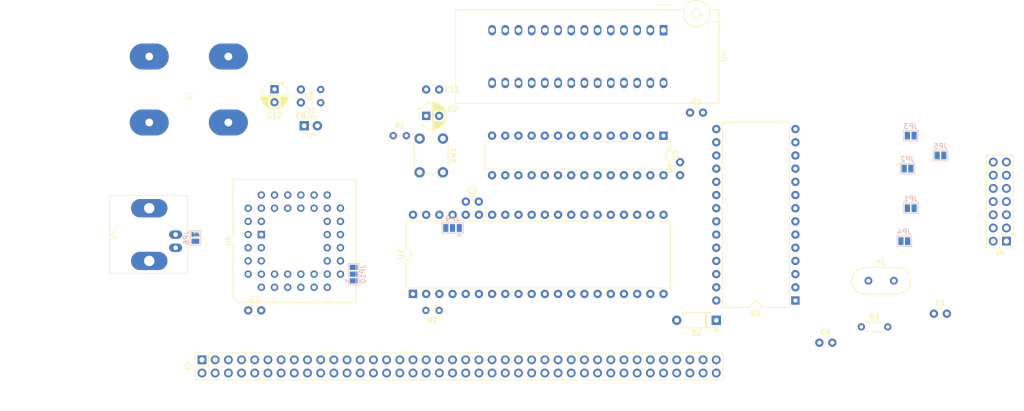
<source format=kicad_pcb>
(kicad_pcb (version 20221018) (generator pcbnew)
  (layers (0 "F.Cu" signal) (31 "B.Cu" signal) (34 "B.Paste" user) (35 "F.Paste" user) (36 "B.SilkS" user "B.Silkscreen") (37 "F.SilkS" user "F.Silkscreen") (38 "B.Mask" user) (39 "F.Mask" user) (44 "Edge.Cuts" user))
  (net 0 "")
  (net 1 "Net-(U1-XTAL1)")
  (net 2 "GND")
  (net 3 "/reset")
  (net 4 "+5V")
  (net 5 "Net-(D1-A)")
  (net 6 "Net-(D2-K)")
  (net 7 "/~{irq}")
  (net 8 "/clk")
  (net 9 "/r~{w}")
  (net 10 "/~{oe}")
  (net 11 "/~{we}")
  (net 12 "/res_0")
  (net 13 "/res_1")
  (net 14 "/res_2")
  (net 15 "/res_3")
  (net 16 "/res_4")
  (net 17 "/res_5")
  (net 18 "/d0")
  (net 19 "/d1")
  (net 20 "/d2")
  (net 21 "/d3")
  (net 22 "/d4")
  (net 23 "/d5")
  (net 24 "/d6")
  (net 25 "/d7")
  (net 26 "/a0")
  (net 27 "/a1")
  (net 28 "/a2")
  (net 29 "/a3")
  (net 30 "/a4")
  (net 31 "/a5")
  (net 32 "/a6")
  (net 33 "/a7")
  (net 34 "/a8")
  (net 35 "/a9")
  (net 36 "/a10")
  (net 37 "/a11")
  (net 38 "/a12")
  (net 39 "/a13")
  (net 40 "/a14")
  (net 41 "/a15")
  (net 42 "Net-(J4-Pin_4)")
  (net 43 "Net-(J4-Pin_5)")
  (net 44 "Net-(J4-Pin_6)")
  (net 45 "Net-(J4-Pin_7)")
  (net 46 "Net-(J4-Pin_8)")
  (net 47 "Net-(J4-Pin_9)")
  (net 48 "Net-(J4-Pin_10)")
  (net 53 "Net-(JP1-A)")
  (net 54 "Net-(JP2-A)")
  (net 55 "Net-(JP3-A)")
  (net 56 "Net-(JP4-A)")
  (net 57 "Net-(JP5-A)")
  (net 58 "/clk2")
  (net 59 "Net-(U2-RDY)")
  (net 60 "Net-(U1-XTAL2)")
  (net 61 "/~{ce_uart}")
  (net 69 "/~{ce_ram}")
  (net 71 "/~{ce_rom}")
  (net 73 "/clk3")
  (net 74 "Net-(JP9-C)")
  (net 75 "Net-(JP10-C)")
  (footprint "Button_Switch_THT:SW_PUSH_6mm_H5mm" (layer "F.Cu") (at 118.8 86.92 -90)
    (fp_text reference "SW1" (at 3.25 -2 90) (layer "F.SilkS"))
    (fp_text value "SW_Push")
    (pad "1" thru_hole circle (at 0 0) (size 2 2) (drill 1.1) (layers "*.Cu" "*.Mask") (net 2 "GND"))
    (pad "1" thru_hole circle (at 6.5 0) (size 2 2) (drill 1.1) (layers "*.Cu" "*.Mask") (net 2 "GND"))
    (pad "2" thru_hole circle (at 0 4.5) (size 2 2) (drill 1.1) (layers "*.Cu" "*.Mask") (net 3 "/reset"))
    (pad "2" thru_hole circle (at 6.5 4.5) (size 2 2) (drill 1.1) (layers "*.Cu" "*.Mask") (net 3 "/reset"))
  )
  (footprint "Package_DIP:DIP-40_W15.24mm" (layer "F.Cu") (at 113.03 116.84 90)
    (fp_text reference "U2" (at 7.62 -2.33 90) (layer "F.SilkS"))
    (fp_text value "W65C02SxP")
    (pad "1" thru_hole rect (at 0 0 90) (size 1.6 1.6) (drill 0.8) (layers "*.Cu" "*.Mask"))
    (pad "2" thru_hole oval (at 0 2.54 90) (size 1.6 1.6) (drill 0.8) (layers "*.Cu" "*.Mask") (net 59 "Net-(U2-RDY)"))
    (pad "3" thru_hole oval (at 0 5.08 90) (size 1.6 1.6) (drill 0.8) (layers "*.Cu" "*.Mask"))
    (pad "4" thru_hole oval (at 0 7.62 90) (size 1.6 1.6) (drill 0.8) (layers "*.Cu" "*.Mask") (net 7 "/~{irq}"))
    (pad "5" thru_hole oval (at 0 10.16 90) (size 1.6 1.6) (drill 0.8) (layers "*.Cu" "*.Mask"))
    (pad "6" thru_hole oval (at 0 12.7 90) (size 1.6 1.6) (drill 0.8) (layers "*.Cu" "*.Mask") (net 4 "+5V"))
    (pad "7" thru_hole oval (at 0 15.24 90) (size 1.6 1.6) (drill 0.8) (layers "*.Cu" "*.Mask"))
    (pad "8" thru_hole oval (at 0 17.78 90) (size 1.6 1.6) (drill 0.8) (layers "*.Cu" "*.Mask") (net 4 "+5V"))
    (pad "9" thru_hole oval (at 0 20.32 90) (size 1.6 1.6) (drill 0.8) (layers "*.Cu" "*.Mask") (net 26 "/a0"))
    (pad "10" thru_hole oval (at 0 22.86 90) (size 1.6 1.6) (drill 0.8) (layers "*.Cu" "*.Mask") (net 27 "/a1"))
    (pad "11" thru_hole oval (at 0 25.4 90) (size 1.6 1.6) (drill 0.8) (layers "*.Cu" "*.Mask") (net 28 "/a2"))
    (pad "12" thru_hole oval (at 0 27.94 90) (size 1.6 1.6) (drill 0.8) (layers "*.Cu" "*.Mask") (net 29 "/a3"))
    (pad "13" thru_hole oval (at 0 30.48 90) (size 1.6 1.6) (drill 0.8) (layers "*.Cu" "*.Mask") (net 30 "/a4"))
    (pad "14" thru_hole oval (at 0 33.02 90) (size 1.6 1.6) (drill 0.8) (layers "*.Cu" "*.Mask") (net 31 "/a5"))
    (pad "15" thru_hole oval (at 0 35.56 90) (size 1.6 1.6) (drill 0.8) (layers "*.Cu" "*.Mask") (net 32 "/a6"))
    (pad "16" thru_hole oval (at 0 38.1 90) (size 1.6 1.6) (drill 0.8) (layers "*.Cu" "*.Mask") (net 33 "/a7"))
    (pad "17" thru_hole oval (at 0 40.64 90) (size 1.6 1.6) (drill 0.8) (layers "*.Cu" "*.Mask") (net 34 "/a8"))
    (pad "18" thru_hole oval (at 0 43.18 90) (size 1.6 1.6) (drill 0.8) (layers "*.Cu" "*.Mask") (net 35 "/a9"))
    (pad "19" thru_hole oval (at 0 45.72 90) (size 1.6 1.6) (drill 0.8) (layers "*.Cu" "*.Mask") (net 36 "/a10"))
    (pad "20" thru_hole oval (at 0 48.26 90) (size 1.6 1.6) (drill 0.8) (layers "*.Cu" "*.Mask") (net 37 "/a11"))
    (pad "21" thru_hole oval (at 15.24 48.26 90) (size 1.6 1.6) (drill 0.8) (layers "*.Cu" "*.Mask") (net 2 "GND"))
    (pad "22" thru_hole oval (at 15.24 45.72 90) (size 1.6 1.6) (drill 0.8) (layers "*.Cu" "*.Mask") (net 38 "/a12"))
    (pad "23" thru_hole oval (at 15.24 43.18 90) (size 1.6 1.6) (drill 0.8) (layers "*.Cu" "*.Mask") (net 39 "/a13"))
    (pad "24" thru_hole oval (at 15.24 40.64 90) (size 1.6 1.6) (drill 0.8) (layers "*.Cu" "*.Mask") (net 40 "/a14"))
    (pad "25" thru_hole oval (at 15.24 38.1 90) (size 1.6 1.6) (drill 0.8) (layers "*.Cu" "*.Mask") (net 41 "/a15"))
    (pad "26" thru_hole oval (at 15.24 35.56 90) (size 1.6 1.6) (drill 0.8) (layers "*.Cu" "*.Mask") (net 25 "/d7"))
    (pad "27" thru_hole oval (at 15.24 33.02 90) (size 1.6 1.6) (drill 0.8) (layers "*.Cu" "*.Mask") (net 24 "/d6"))
    (pad "28" thru_hole oval (at 15.24 30.48 90) (size 1.6 1.6) (drill 0.8) (layers "*.Cu" "*.Mask") (net 23 "/d5"))
    (pad "29" thru_hole oval (at 15.24 27.94 90) (size 1.6 1.6) (drill 0.8) (layers "*.Cu" "*.Mask") (net 22 "/d4"))
    (pad "30" thru_hole oval (at 15.24 25.4 90) (size 1.6 1.6) (drill 0.8) (layers "*.Cu" "*.Mask") (net 21 "/d3"))
    (pad "31" thru_hole oval (at 15.24 22.86 90) (size 1.6 1.6) (drill 0.8) (layers "*.Cu" "*.Mask") (net 20 "/d2"))
    (pad "32" thru_hole oval (at 15.24 20.32 90) (size 1.6 1.6) (drill 0.8) (layers "*.Cu" "*.Mask") (net 19 "/d1"))
    (pad "33" thru_hole oval (at 15.24 17.78 90) (size 1.6 1.6) (drill 0.8) (layers "*.Cu" "*.Mask") (net 18 "/d0"))
    (pad "34" thru_hole oval (at 15.24 15.24 90) (size 1.6 1.6) (drill 0.8) (layers "*.Cu" "*.Mask") (net 9 "/r~{w}"))
    (pad "35" thru_hole oval (at 15.24 12.7 90) (size 1.6 1.6) (drill 0.8) (layers "*.Cu" "*.Mask"))
    (pad "36" thru_hole oval (at 15.24 10.16 90) (size 1.6 1.6) (drill 0.8) (layers "*.Cu" "*.Mask") (net 4 "+5V"))
    (pad "37" thru_hole oval (at 15.24 7.62 90) (size 1.6 1.6) (drill 0.8) (layers "*.Cu" "*.Mask") (net 74 "Net-(JP9-C)"))
    (pad "38" thru_hole oval (at 15.24 5.08 90) (size 1.6 1.6) (drill 0.8) (layers "*.Cu" "*.Mask") (net 4 "+5V"))
    (pad "39" thru_hole oval (at 15.24 2.54 90) (size 1.6 1.6) (drill 0.8) (layers "*.Cu" "*.Mask"))
    (pad "40" thru_hole oval (at 15.24 0 90) (size 1.6 1.6) (drill 0.8) (layers "*.Cu" "*.Mask") (net 3 "/reset"))
  )
  (footprint "Capacitor_THT:C_Disc_D3.0mm_W1.6mm_P2.50mm" (layer "F.Cu") (at 91.44 77.47 -90)
    (fp_text reference "C8" (at 5.04 0 -180) (layer "F.SilkS"))
    (fp_text value "100n")
    (pad "1" thru_hole circle (at 0 0 270) (size 1.6 1.6) (drill 0.8) (layers "*.Cu" "*.Mask") (net 4 "+5V"))
    (pad "2" thru_hole circle (at 2.5 0 270) (size 1.6 1.6) (drill 0.8) (layers "*.Cu" "*.Mask") (net 2 "GND"))
  )
  (footprint "Capacitor_THT:C_Disc_D3.0mm_W1.6mm_P2.50mm" (layer "F.Cu") (at 166.39 81.915)
    (fp_text reference "C5" (at 1.25 -2.05) (layer "F.SilkS"))
    (fp_text value "C")
    (pad "1" thru_hole circle (at 0 0) (size 1.6 1.6) (drill 0.8) (layers "*.Cu" "*.Mask") (net 4 "+5V"))
    (pad "2" thru_hole circle (at 2.5 0) (size 1.6 1.6) (drill 0.8) (layers "*.Cu" "*.Mask") (net 2 "GND"))
  )
  (footprint "Package_DIP:DIP-28_W15.24mm" (layer "F.Cu") (at 186.69 118.11 180)
    (fp_text reference "U1" (at 7.62 -2.33) (layer "F.SilkS"))
    (fp_text value "W65C51NxP")
    (pad "1" thru_hole rect (at 0 0 180) (size 1.6 1.6) (drill 0.8) (layers "*.Cu" "*.Mask") (net 2 "GND"))
    (pad "2" thru_hole oval (at 0 2.54 180) (size 1.6 1.6) (drill 0.8) (layers "*.Cu" "*.Mask") (net 4 "+5V"))
    (pad "3" thru_hole oval (at 0 5.08 180) (size 1.6 1.6) (drill 0.8) (layers "*.Cu" "*.Mask") (net 61 "/~{ce_uart}"))
    (pad "4" thru_hole oval (at 0 7.62 180) (size 1.6 1.6) (drill 0.8) (layers "*.Cu" "*.Mask") (net 3 "/reset"))
    (pad "5" thru_hole oval (at 0 10.16 180) (size 1.6 1.6) (drill 0.8) (layers "*.Cu" "*.Mask"))
    (pad "6" thru_hole oval (at 0 12.7 180) (size 1.6 1.6) (drill 0.8) (layers "*.Cu" "*.Mask") (net 1 "Net-(U1-XTAL1)"))
    (pad "7" thru_hole oval (at 0 15.24 180) (size 1.6 1.6) (drill 0.8) (layers "*.Cu" "*.Mask") (net 60 "Net-(U1-XTAL2)"))
    (pad "8" thru_hole oval (at 0 17.78 180) (size 1.6 1.6) (drill 0.8) (layers "*.Cu" "*.Mask") (net 54 "Net-(JP2-A)"))
    (pad "9" thru_hole oval (at 0 20.32 180) (size 1.6 1.6) (drill 0.8) (layers "*.Cu" "*.Mask") (net 53 "Net-(JP1-A)"))
    (pad "10" thru_hole oval (at 0 22.86 180) (size 1.6 1.6) (drill 0.8) (layers "*.Cu" "*.Mask") (net 42 "Net-(J4-Pin_4)"))
    (pad "11" thru_hole oval (at 0 25.4 180) (size 1.6 1.6) (drill 0.8) (layers "*.Cu" "*.Mask") (net 55 "Net-(JP3-A)"))
    (pad "12" thru_hole oval (at 0 27.94 180) (size 1.6 1.6) (drill 0.8) (layers "*.Cu" "*.Mask") (net 43 "Net-(J4-Pin_5)"))
    (pad "13" thru_hole oval (at 0 30.48 180) (size 1.6 1.6) (drill 0.8) (layers "*.Cu" "*.Mask") (net 26 "/a0"))
    (pad "14" thru_hole oval (at 0 33.02 180) (size 1.6 1.6) (drill 0.8) (layers "*.Cu" "*.Mask") (net 27 "/a1"))
    (pad "15" thru_hole oval (at 15.24 33.02 180) (size 1.6 1.6) (drill 0.8) (layers "*.Cu" "*.Mask") (net 4 "+5V"))
    (pad "16" thru_hole oval (at 15.24 30.48 180) (size 1.6 1.6) (drill 0.8) (layers "*.Cu" "*.Mask") (net 57 "Net-(JP5-A)"))
    (pad "17" thru_hole oval (at 15.24 27.94 180) (size 1.6 1.6) (drill 0.8) (layers "*.Cu" "*.Mask") (net 56 "Net-(JP4-A)"))
    (pad "18" thru_hole oval (at 15.24 25.4 180) (size 1.6 1.6) (drill 0.8) (layers "*.Cu" "*.Mask") (net 18 "/d0"))
    (pad "19" thru_hole oval (at 15.24 22.86 180) (size 1.6 1.6) (drill 0.8) (layers "*.Cu" "*.Mask") (net 19 "/d1"))
    (pad "20" thru_hole oval (at 15.24 20.32 180) (size 1.6 1.6) (drill 0.8) (layers "*.Cu" "*.Mask") (net 20 "/d2"))
    (pad "21" thru_hole oval (at 15.24 17.78 180) (size 1.6 1.6) (drill 0.8) (layers "*.Cu" "*.Mask") (net 21 "/d3"))
    (pad "22" thru_hole oval (at 15.24 15.24 180) (size 1.6 1.6) (drill 0.8) (layers "*.Cu" "*.Mask") (net 22 "/d4"))
    (pad "23" thru_hole oval (at 15.24 12.7 180) (size 1.6 1.6) (drill 0.8) (layers "*.Cu" "*.Mask") (net 23 "/d5"))
    (pad "24" thru_hole oval (at 15.24 10.16 180) (size 1.6 1.6) (drill 0.8) (layers "*.Cu" "*.Mask") (net 24 "/d6"))
    (pad "25" thru_hole oval (at 15.24 7.62 180) (size 1.6 1.6) (drill 0.8) (layers "*.Cu" "*.Mask") (net 25 "/d7"))
    (pad "26" thru_hole oval (at 15.24 5.08 180) (size 1.6 1.6) (drill 0.8) (layers "*.Cu" "*.Mask") (net 6 "Net-(D2-K)"))
    (pad "27" thru_hole oval (at 15.24 2.54 180) (size 1.6 1.6) (drill 0.8) (layers "*.Cu" "*.Mask") (net 58 "/clk2"))
    (pad "28" thru_hole oval (at 15.24 0 180) (size 1.6 1.6) (drill 0.8) (layers "*.Cu" "*.Mask") (net 9 "/r~{w}"))
  )
  (footprint "Capacitor_THT:C_Disc_D3.0mm_W1.6mm_P2.50mm" (layer "F.Cu") (at 213.36 120.65)
    (fp_text reference "C1" (at 1.25 -2.05) (layer "F.SilkS"))
    (fp_text value "30pF")
    (pad "1" thru_hole circle (at 0 0) (size 1.6 1.6) (drill 0.8) (layers "*.Cu" "*.Mask") (net 1 "Net-(U1-XTAL1)"))
    (pad "2" thru_hole circle (at 2.5 0) (size 1.6 1.6) (drill 0.8) (layers "*.Cu" "*.Mask") (net 2 "GND"))
  )
  (footprint "Capacitor_THT:C_Disc_D3.0mm_W1.6mm_P2.50mm" (layer "F.Cu") (at 81.3 120.015)
    (fp_text reference "C7" (at 1.25 -2.05) (layer "F.SilkS"))
    (fp_text value "C")
    (pad "1" thru_hole circle (at 0 0) (size 1.6 1.6) (drill 0.8) (layers "*.Cu" "*.Mask") (net 4 "+5V"))
    (pad "2" thru_hole circle (at 2.5 0) (size 1.6 1.6) (drill 0.8) (layers "*.Cu" "*.Mask") (net 2 "GND"))
  )
  (footprint "Crystal:Crystal_HC18-U_Vertical" (layer "F.Cu") (at 200.75 114.3)
    (fp_text reference "Y1" (at 2.45 -3.525) (layer "F.SilkS"))
    (fp_text value "1.8432MHz")
    (pad "1" thru_hole circle (at 0 0) (size 1.5 1.5) (drill 0.8) (layers "*.Cu" "*.Mask") (net 60 "Net-(U1-XTAL2)"))
    (pad "2" thru_hole circle (at 4.9 0) (size 1.5 1.5) (drill 0.8) (layers "*.Cu" "*.Mask") (net 1 "Net-(U1-XTAL1)"))
  )
  (footprint "Capacitor_THT:C_Disc_D3.0mm_W1.6mm_P2.50mm" (layer "F.Cu") (at 164.465 93.96 90)
    (fp_text reference "C4" (at 1.25 -2.05 90) (layer "F.SilkS"))
    (fp_text value "C")
    (pad "1" thru_hole circle (at 0 0 90) (size 1.6 1.6) (drill 0.8) (layers "*.Cu" "*.Mask") (net 4 "+5V"))
    (pad "2" thru_hole circle (at 2.5 0 90) (size 1.6 1.6) (drill 0.8) (layers "*.Cu" "*.Mask") (net 2 "GND"))
  )
  (footprint "Package_DIP:DIP-28_W7.62mm" (layer "F.Cu") (at 161.28 86.365 -90)
    (fp_text reference "U3" (at 3.81 -2.33 90) (layer "F.SilkS"))
    (fp_text value "AS7C256B")
    (pad "1" thru_hole rect (at 0 0 270) (size 1.6 1.6) (drill 0.8) (layers "*.Cu" "*.Mask") (net 40 "/a14"))
    (pad "2" thru_hole oval (at 0 2.54 270) (size 1.6 1.6) (drill 0.8) (layers "*.Cu" "*.Mask") (net 38 "/a12"))
    (pad "3" thru_hole oval (at 0 5.08 270) (size 1.6 1.6) (drill 0.8) (layers "*.Cu" "*.Mask") (net 33 "/a7"))
    (pad "4" thru_hole oval (at 0 7.62 270) (size 1.6 1.6) (drill 0.8) (layers "*.Cu" "*.Mask") (net 32 "/a6"))
    (pad "5" thru_hole oval (at 0 10.16 270) (size 1.6 1.6) (drill 0.8) (layers "*.Cu" "*.Mask") (net 31 "/a5"))
    (pad "6" thru_hole oval (at 0 12.7 270) (size 1.6 1.6) (drill 0.8) (layers "*.Cu" "*.Mask") (net 30 "/a4"))
    (pad "7" thru_hole oval (at 0 15.24 270) (size 1.6 1.6) (drill 0.8) (layers "*.Cu" "*.Mask") (net 29 "/a3"))
    (pad "8" thru_hole oval (at 0 17.78 270) (size 1.6 1.6) (drill 0.8) (layers "*.Cu" "*.Mask") (net 28 "/a2"))
    (pad "9" thru_hole oval (at 0 20.32 270) (size 1.6 1.6) (drill 0.8) (layers "*.Cu" "*.Mask") (net 27 "/a1"))
    (pad "10" thru_hole oval (at 0 22.86 270) (size 1.6 1.6) (drill 0.8) (layers "*.Cu" "*.Mask") (net 26 "/a0"))
    (pad "11" thru_hole oval (at 0 25.4 270) (size 1.6 1.6) (drill 0.8) (layers "*.Cu" "*.Mask") (net 18 "/d0"))
    (pad "12" thru_hole oval (at 0 27.94 270) (size 1.6 1.6) (drill 0.8) (layers "*.Cu" "*.Mask") (net 19 "/d1"))
    (pad "13" thru_hole oval (at 0 30.48 270) (size 1.6 1.6) (drill 0.8) (layers "*.Cu" "*.Mask") (net 20 "/d2"))
    (pad "14" thru_hole oval (at 0 33.02 270) (size 1.6 1.6) (drill 0.8) (layers "*.Cu" "*.Mask") (net 2 "GND"))
    (pad "15" thru_hole oval (at 7.62 33.02 270) (size 1.6 1.6) (drill 0.8) (layers "*.Cu" "*.Mask") (net 21 "/d3"))
    (pad "16" thru_hole oval (at 7.62 30.48 270) (size 1.6 1.6) (drill 0.8) (layers "*.Cu" "*.Mask") (net 22 "/d4"))
    (pad "17" thru_hole oval (at 7.62 27.94 270) (size 1.6 1.6) (drill 0.8) (layers "*.Cu" "*.Mask") (net 23 "/d5"))
    (pad "18" thru_hole oval (at 7.62 25.4 270) (size 1.6 1.6) (drill 0.8) (layers "*.Cu" "*.Mask") (net 24 "/d6"))
    (pad "19" thru_hole oval (at 7.62 22.86 270) (size 1.6 1.6) (drill 0.8) (layers "*.Cu" "*.Mask") (net 25 "/d7"))
    (pad "20" thru_hole oval (at 7.62 20.32 270) (size 1.6 1.6) (drill 0.8) (layers "*.Cu" "*.Mask") (net 69 "/~{ce_ram}"))
    (pad "21" thru_hole oval (at 7.62 17.78 270) (size 1.6 1.6) (drill 0.8) (layers "*.Cu" "*.Mask") (net 36 "/a10"))
    (pad "22" thru_hole oval (at 7.62 15.24 270) (size 1.6 1.6) (drill 0.8) (layers "*.Cu" "*.Mask") (net 10 "/~{oe}"))
    (pad "23" thru_hole oval (at 7.62 12.7 270) (size 1.6 1.6) (drill 0.8) (layers "*.Cu" "*.Mask") (net 37 "/a11"))
    (pad "24" thru_hole oval (at 7.62 10.16 270) (size 1.6 1.6) (drill 0.8) (layers "*.Cu" "*.Mask") (net 35 "/a9"))
    (pad "25" thru_hole oval (at 7.62 7.62 270) (size 1.6 1.6) (drill 0.8) (layers "*.Cu" "*.Mask") (net 34 "/a8"))
    (pad "26" thru_hole oval (at 7.62 5.08 270) (size 1.6 1.6) (drill 0.8) (layers "*.Cu" "*.Mask") (net 39 "/a13"))
    (pad "27" thru_hole oval (at 7.62 2.54 270) (size 1.6 1.6) (drill 0.8) (layers "*.Cu" "*.Mask") (net 11 "/~{we}"))
    (pad "28" thru_hole oval (at 7.62 0 270) (size 1.6 1.6) (drill 0.8) (layers "*.Cu" "*.Mask") (net 4 "+5V"))
  )
  (footprint "Resistor_THT:R_Axial_DIN0204_L3.6mm_D1.6mm_P5.08mm_Horizontal" (layer "F.Cu") (at 199.39 123.19)
    (fp_text reference "R3" (at 2.54 -1.92) (layer "F.SilkS"))
    (fp_text value "1M")
    (pad "1" thru_hole circle (at 0 0) (size 1.4 1.4) (drill 0.7) (layers "*.Cu" "*.Mask") (net 1 "Net-(U1-XTAL1)"))
    (pad "2" thru_hole oval (at 5.08 0) (size 1.4 1.4) (drill 0.7) (layers "*.Cu" "*.Mask") (net 60 "Net-(U1-XTAL2)"))
  )
  (footprint "Connector_PinHeader_2.54mm:PinHeader_2x07_P2.54mm_Vertical" (layer "F.Cu") (at 227.33 106.68 180)
    (fp_text reference "J4" (at 1.27 -2.33) (layer "F.SilkS"))
    (fp_text value "Conn_01x14")
    (pad "1" thru_hole rect (at 0 0 180) (size 1.7 1.7) (drill 1) (layers "*.Cu" "*.Mask") (net 4 "+5V"))
    (pad "2" thru_hole oval (at 2.54 0 180) (size 1.7 1.7) (drill 1) (layers "*.Cu" "*.Mask") (net 2 "GND"))
    (pad "3" thru_hole oval (at 0 2.54 180) (size 1.7 1.7) (drill 1) (layers "*.Cu" "*.Mask") (net 4 "+5V"))
    (pad "4" thru_hole oval (at 2.54 2.54 180) (size 1.7 1.7) (drill 1) (layers "*.Cu" "*.Mask") (net 42 "Net-(J4-Pin_4)"))
    (pad "5" thru_hole oval (at 0 5.08 180) (size 1.7 1.7) (drill 1) (layers "*.Cu" "*.Mask") (net 43 "Net-(J4-Pin_5)"))
    (pad "6" thru_hole oval (at 2.54 5.08 180) (size 1.7 1.7) (drill 1) (layers "*.Cu" "*.Mask") (net 44 "Net-(J4-Pin_6)"))
    (pad "7" thru_hole oval (at 0 7.62 180) (size 1.7 1.7) (drill 1) (layers "*.Cu" "*.Mask") (net 45 "Net-(J4-Pin_7)"))
    (pad "8" thru_hole oval (at 2.54 7.62 180) (size 1.7 1.7) (drill 1) (layers "*.Cu" "*.Mask") (net 46 "Net-(J4-Pin_8)"))
    (pad "9" thru_hole oval (at 0 10.16 180) (size 1.7 1.7) (drill 1) (layers "*.Cu" "*.Mask") (net 47 "Net-(J4-Pin_9)"))
    (pad "10" thru_hole oval (at 2.54 10.16 180) (size 1.7 1.7) (drill 1) (layers "*.Cu" "*.Mask") (net 48 "Net-(J4-Pin_10)"))
    (pad "11" thru_hole oval (at 0 12.7 180) (size 1.7 1.7) (drill 1) (layers "*.Cu" "*.Mask"))
    (pad "12" thru_hole oval (at 2.54 12.7 180) (size 1.7 1.7) (drill 1) (layers "*.Cu" "*.Mask"))
    (pad "13" thru_hole oval (at 0 15.24 180) (size 1.7 1.7) (drill 1) (layers "*.Cu" "*.Mask"))
    (pad "14" thru_hole oval (at 2.54 15.24 180) (size 1.7 1.7) (drill 1) (layers "*.Cu" "*.Mask"))
  )
  (footprint "Resistor_THT:R_Axial_DIN0204_L3.6mm_D1.6mm_P2.54mm_Vertical" (layer "F.Cu") (at 118.06 120.015 180)
    (fp_text reference "R2" (at 1.27 -1.92) (layer "F.SilkS"))
    (fp_text value "3K3")
    (pad "1" thru_hole circle (at 0 0 180) (size 1.4 1.4) (drill 0.7) (layers "*.Cu" "*.Mask") (net 4 "+5V"))
    (pad "2" thru_hole oval (at 2.54 0 180) (size 1.4 1.4) (drill 0.7) (layers "*.Cu" "*.Mask") (net 59 "Net-(U2-RDY)"))
  )
  (footprint "Connector_Coaxial:BNC_Amphenol_B6252HB-NPP3G-50_Horizontal" (layer "F.Cu") (at 67.31 105.41 90)
    (fp_text reference "J1" (at 0 4 90) (layer "F.SilkS"))
    (fp_text value "Conn_Coaxial")
    (pad "1" thru_hole oval (at 0 0 90) (size 1.6 2.5) (drill 0.89) (layers "*.Cu" "*.Mask") (net 8 "/clk"))
    (pad "2" thru_hole oval (at -5.08 -5.08 90) (size 3.5 7) (drill 2.01) (layers "*.Cu" "*.Mask") (net 2 "GND"))
    (pad "2" thru_hole oval (at -2.54 0 90) (size 1.6 2.5) (drill 0.89) (layers "*.Cu" "*.Mask") (net 2 "GND"))
    (pad "2" thru_hole oval (at 5.08 -5.08 90) (size 3.5 7) (drill 2.01) (layers "*.Cu" "*.Mask") (net 2 "GND"))
  )
  (footprint "Capacitor_THT:C_Disc_D3.0mm_W1.6mm_P2.50mm" (layer "F.Cu") (at 123.21 99.06)
    (fp_text reference "C3" (at 1.25 -2.05) (layer "F.SilkS"))
    (fp_text value "C")
    (pad "1" thru_hole circle (at 0 0) (size 1.6 1.6) (drill 0.8) (layers "*.Cu" "*.Mask") (net 4 "+5V"))
    (pad "2" thru_hole circle (at 2.5 0) (size 1.6 1.6) (drill 0.8) (layers "*.Cu" "*.Mask") (net 2 "GND"))
  )
  (footprint "Connector_PinSocket_2.54mm:PinSocket_2x40_P2.54mm_Vertical" (layer "F.Cu") (at 72.39 129.535 90)
    (fp_text reference "J5" (at -1.27 -2.77 90) (layer "F.SilkS"))
    (fp_text value "Conn_02x40_Odd_Even")
    (pad "1" thru_hole rect (at 0 0 90) (size 1.7 1.7) (drill 1) (layers "*.Cu" "*.Mask") (net 4 "+5V"))
    (pad "2" thru_hole oval (at -2.54 0 90) (size 1.7 1.7) (drill 1) (layers "*.Cu" "*.Mask") (net 2 "GND"))
    (pad "3" thru_hole oval (at 0 2.54 90) (size 1.7 1.7) (drill 1) (layers "*.Cu" "*.Mask") (net 3 "/reset"))
    (pad "4" thru_hole oval (at -2.54 2.54 90) (size 1.7 1.7) (drill 1) (layers "*.Cu" "*.Mask") (net 2 "GND"))
    (pad "5" thru_hole oval (at 0 5.08 90) (size 1.7 1.7) (drill 1) (layers "*.Cu" "*.Mask") (net 7 "/~{irq}"))
    (pad "6" thru_hole oval (at -2.54 5.08 90) (size 1.7 1.7) (drill 1) (layers "*.Cu" "*.Mask") (net 2 "GND"))
    (pad "7" thru_hole oval (at 0 7.62 90) (size 1.7 1.7) (drill 1) (layers "*.Cu" "*.Mask") (net 9 "/r~{w}"))
    (pad "8" thru_hole oval (at -2.54 7.62 90) (size 1.7 1.7) (drill 1) (layers "*.Cu" "*.Mask") (net 2 "GND"))
    (pad "9" thru_hole oval (at 0 10.16 90) (size 1.7 1.7) (drill 1) (layers "*.Cu" "*.Mask") (net 10 "/~{oe}"))
    (pad "10" thru_hole oval (at -2.54 10.16 90) (size 1.7 1.7) (drill 1) (layers "*.Cu" "*.Mask") (net 2 "GND"))
    (pad "11" thru_hole oval (at 0 12.7 90) (size 1.7 1.7) (drill 1) (layers "*.Cu" "*.Mask") (net 11 "/~{we}"))
    (pad "12" thru_hole oval (at -2.54 12.7 90) (size 1.7 1.7) (drill 1) (layers "*.Cu" "*.Mask") (net 2 "GND"))
    (pad "13" thru_hole oval (at 0 15.24 90) (size 1.7 1.7) (drill 1) (layers "*.Cu" "*.Mask") (net 12 "/res_0"))
    (pad "14" thru_hole oval (at -2.54 15.24 90) (size 1.7 1.7) (drill 1) (layers "*.Cu" "*.Mask") (net 2 "GND"))
    (pad "15" thru_hole oval (at 0 17.78 90) (size 1.7 1.7) (drill 1) (layers "*.Cu" "*.Mask") (net 13 "/res_1"))
    (pad "16" thru_hole oval (at -2.54 17.78 90) (size 1.7 1.7) (drill 1) (layers "*.Cu" "*.Mask") (net 2 "GND"))
    (pad "17" thru_hole oval (at 0 20.32 90) (size 1.7 1.7) (drill 1) (layers "*.Cu" "*.Mask") (net 14 "/res_2"))
    (pad "18" thru_hole oval (at -2.54 20.32 90) (size 1.7 1.7) (drill 1) (layers "*.Cu" "*.Mask") (net 2 "GND"))
    (pad "19" thru_hole oval (at 0 22.86 90) (size 1.7 1.7) (drill 1) (layers "*.Cu" "*.Mask") (net 15 "/res_3"))
    (pad "20" thru_hole oval (at -2.54 22.86 90) (size 1.7 1.7) (drill 1) (layers "*.Cu" "*.Mask") (net 2 "GND"))
    (pad "21" thru_hole oval (at 0 25.4 90) (size 1.7 1.7) (drill 1) (layers "*.Cu" "*.Mask") (net 16 "/res_4"))
    (pad "22" thru_hole oval (at -2.54 25.4 90) (size 1.7 1.7) (drill 1) (layers "*.Cu" "*.Mask") (net 2 "GND"))
    (pad "23" thru_hole oval (at 0 27.94 90) (size 1.7 1.7) (drill 1) (layers "*.Cu" "*.Mask") (net 17 "/res_5"))
    (pad "24" thru_hole oval (at -2.54 27.94 90) (size 1.7 1.7) (drill 1) (layers "*.Cu" "*.Mask") (net 2 "GND"))
    (pad "25" thru_hole oval (at 0 30.48 90) (size 1.7 1.7) (drill 1) (layers "*.Cu" "*.Mask") (net 2 "GND"))
    (pad "26" thru_hole oval (at -2.54 30.48 90) (size 1.7 1.7) (drill 1) (layers "*.Cu" "*.Mask") (net 2 "GND"))
    (pad "27" thru_hole oval (at 0 33.02 90) (size 1.7 1.7) (drill 1) (layers "*.Cu" "*.Mask") (net 8 "/clk"))
    (pad "28" thru_hole oval (at -2.54 33.02 90) (size 1.7 1.7) (drill 1) (layers "*.Cu" "*.Mask") (net 2 "GND"))
    (pad "29" thru_hole oval (at 0 35.56 90) (size 1.7 1.7) (drill 1) (layers "*.Cu" "*.Mask") (net 4 "+5V"))
    (pad "30" thru_hole oval (at -2.54 35.56 90) (size 1.7 1.7) (drill 1) (layers "*.Cu" "*.Mask") (net 2 "GND"))
    (pad "31" thru_hole oval (at 0 38.1 90) (size 1.7 1.7) (drill 1) (layers "*.Cu" "*.Mask") (net 2 "GND"))
    (pad "32" thru_hole oval (at -2.54 38.1 90) (size 1.7 1.7) (drill 1) (layers "*.Cu" "*.Mask") (net 2 "GND"))
    (pad "33" thru_hole oval (at 0 40.64 90) (size 1.7 1.7) (drill 1) (layers "*.Cu" "*.Mask") (net 18 "/d0"))
    (pad "34" thru_hole oval (at -2.54 40.64 90) (size 1.7 1.7) (drill 1) (layers "*.Cu" "*.Mask") (net 2 "GND"))
    (pad "35" thru_hole oval (at 0 43.18 90) (size 1.7 1.7) (drill 1) (layers "*.Cu" "*.Mask") (net 19 "/d1"))
    (pad "36" thru_hole oval (at -2.54 43.18 90) (size 1.7 1.7) (drill 1) (layers "*.Cu" "*.Mask") (net 2 "GND"))
    (pad "37" thru_hole oval (at 0 45.72 90) (size 1.7 1.7) (drill 1) (layers "*.Cu" "*.Mask") (net 20 "/d2"))
    (pad "38" thru_hole oval (at -2.54 45.72 90) (size 1.7 1.7) (drill 1) (layers "*.Cu" "*.Mask") (net 2 "GND"))
    (pad "39" thru_hole oval (at 0 48.26 90) (size 1.7 1.7) (drill 1) (layers "*.Cu" "*.Mask") (net 21 "/d3"))
    (pad "40" thru_hole oval (at -2.54 48.26 90) (size 1.7 1.7) (drill 1) (layers "*.Cu" "*.Mask") (net 2 "GND"))
    (pad "41" thru_hole oval (at 0 50.8 90) (size 1.7 1.7) (drill 1) (layers "*.Cu" "*.Mask") (net 22 "/d4"))
    (pad "42" thru_hole oval (at -2.54 50.8 90) (size 1.7 1.7) (drill 1) (layers "*.Cu" "*.Mask") (net 2 "GND"))
    (pad "43" thru_hole oval (at 0 53.34 90) (size 1.7 1.7) (drill 1) (layers "*.Cu" "*.Mask") (net 23 "/d5"))
    (pad "44" thru_hole oval (at -2.54 53.34 90) (size 1.7 1.7) (drill 1) (layers "*.Cu" "*.Mask") (net 2 "GND"))
    (pad "45" thru_hole oval (at 0 55.88 90) (size 1.7 1.7) (drill 1) (layers "*.Cu" "*.Mask") (net 24 "/d6"))
    (pad "46" thru_hole oval (at -2.54 55.88 90) (size 1.7 1.7) (drill 1) (layers "*.Cu" "*.Mask") (net 2 "GND"))
    (pad "47" thru_hole oval (at 0 58.42 90) (size 1.7 1.7) (drill 1) (layers "*.Cu" "*.Mask") (net 25 "/d7"))
    (pad "48" thru_hole oval (at -2.54 58.42 90) (size 1.7 1.7) (drill 1) (layers "*.Cu" "*.Mask") (net 2 "GND"))
    (pad "49" thru_hole oval (at 0 60.96 90) (size 1.7 1.7) (drill 1) (layers "*.Cu" "*.Mask") (net 26 "/a0"))
    (pad "50" thru_hole oval (at -2.54 60.96 90) (size 1.7 1.7) (drill 1) (layers "*.Cu" "*.Mask") (net 2 "GND"))
    (pad "51" thru_hole oval (at 0 63.5 90) (size 1.7 1.7) (drill 1) (layers "*.Cu" "*.Mask") (net 27 "/a1"))
    (pad "52" thru_hole oval (at -2.54 63.5 90) (size 1.7 1.7) (drill 1) (layers "*.Cu" "*.Mask") (net 2 "GND"))
    (pad "53" thru_hole oval (at 0 66.04 90) (size 1.7 1.7) (drill 1) (layers "*.Cu" "*.Mask") (net 28 "/a2"))
    (pad "54" thru_hole oval (at -2.54 66.04 90) (size 1.7 1.7) (drill 1) (layers "*.Cu" "*.Mask") (net 2 "GND"))
    (pad "55" thru_hole oval (at 0 68.58 90) (size 1.7 1.7) (drill 1) (layers "*.Cu" "*.Mask") (net 29 "/a3"))
    (pad "56" thru_hole oval (at -2.54 68.58 90) (size 1.7 1.7) (drill 1) (layers "*.Cu" "*.Mask") (net 2 "GND"))
    (pad "57" thru_hole oval (at 0 71.12 90) (size 1.7 1.7) (drill 1) (layers "*.Cu" "*.Mask") (net 30 "/a4"))
    (pad "58" thru_hole oval (at -2.54 71.12 90) (size 1.7 1.7) (drill 1) (layers "*.Cu" "*.Mask") (net 2 "GND"))
    (pad "59" thru_hole oval (at 0 73.66 90) (size 1.7 1.7) (drill 1) (layers "*.Cu" "*.Mask") (net 31 "/a5"))
    (pad "60" thru_hole oval (at -2.54 73.66 90) (size 1.7 1.7) (drill 1) (layers "*.Cu" "*.Mask") (net 2 "GND"))
    (pad "61" thru_hole oval (at 0 76.2 90) (size 1.7 1.7) (drill 1) (layers "*.Cu" "*.Mask") (net 32 "/a6"))
    (pad "62" thru_hole oval (at -2.54 76.2 90) (size 1.7 1.7) (drill 1) (layers "*.Cu" "*.Mask") (net 2 "GND"))
    (pad "63" thru_hole oval (at 0 78.74 90) (size 1.7 1.7) (drill 1) (layers "*.Cu" "*.Mask") (net 33 "/a7"))
    (pad "64" thru_hole oval (at -2.54 78.74 90) (size 1.7 1.7) (drill 1) (layers "*.Cu" "*.Mask") (net 2 "GND"))
    (pad "65" thru_hole oval (at 0 81.28 90) (size 1.7 1.7) (drill 1) (layers "*.Cu" "*.Mask") (net 34 "/a8"))
    (pad "66" thru_hole oval (at -2.54 81.28 90) (size 1.7 1.7) (drill 1) (layers "*.Cu" "*.Mask") (net 2 "GND"))
    (pad "67" thru_hole oval (at 0 83.82 90) (size 1.7 1.7) (drill 1) (layers "*.Cu" "*.Mask") (net 35 "/a9"))
    (pad "68" thru_hole oval (at -2.54 83.82 90) (size 1.7 1.7) (drill 1) (layers "*.Cu" "*.Mask") (net 2 "GND"))
    (pad "69" thru_hole oval (at 0 86.36 90) (size 1.7 1.7) (drill 1) (layers "*.Cu" "*.Mask") (net 36 "/a10"))
    (pad "70" thru_hole oval (at -2.54 86.36 90) (size 1.7 1.7) (drill 1) (layers "*.Cu" "*.Mask") (net 2 "GND"))
    (pad "71" thru_hole oval (at 0 88.9 90) (size 1.7 1.7) (drill 1) (layers "*.Cu" "*.Mask") (net 37 "/a11"))
    (pad "72" thru_hole oval (at -2.54 88.9 90) (size 1.7 1.7) (drill 1) (layers "*.Cu" "*.Mask") (net 2 "GND"))
    (pad "73" thru_hole oval (at 0 91.44 90) (size 1.7 1.7) (drill 1) (layers "*.Cu" "*.Mask") (net 38 "/a12"))
    (pad "74" thru_hole oval (at -2.54 91.44 90) (size 1.7 1.7) (drill 1) (layers "*.Cu" "*.Mask") (net 2 "GND"))
    (pad "75" thru_hole oval (at 0 93.98 90) (size 1.7 1.7) (drill 1) (layers "*.Cu" "*.Mask") (net 39 "/a13"))
    (pad "76" thru_hole oval (at -2.54 93.98 90) (size 1.7 1.7) (drill 1) (layers "*.Cu" "*.Mask") (net 2 "GND"))
    (pad "77" thru_hole oval (at 0 96.52 90) (size 1.7 1.7) (drill 1) (layers "*.Cu" "*.Mask") (net 40 "/a14"))
    (pad "78" thru_hole oval (at -2.54 96.52 90) (size 1.7 1.7) (drill 1) (layers "*.Cu" "*.Mask") (net 2 "GND"))
    (pad "79" thru_hole oval (at 0 99.06 90) (size 1.7 1.7) (drill 1) (layers "*.Cu" "*.Mask") (net 41 "/a15"))
    (pad "80" thru_hole oval (at -2.54 99.06 90) (size 1.7 1.7) (drill 1) (layers "*.Cu" "*.Mask") (net 2 "GND"))
  )
  (footprint "Socket:DIP_Socket-28_W6.9_W7.62_W10.16_W12.7_W13.5_3M_228-4817-00-0602J" (layer "F.Cu") (at 161.29 66.04 -90)
    (fp_text reference "U4" (at 5.08 -11.56 90) (layer "F.SilkS"))
    (fp_text value "AT28C64B")
    (pad "1" thru_hole rect (at 0 0 270) (size 2 1.44) (drill 1) (layers "*.Cu" "*.Mask"))
    (pad "2" thru_hole oval (at 0 2.54 270) (size 2 1.44) (drill 1) (layers "*.Cu" "*.Mask") (net 38 "/a12"))
    (pad "3" thru_hole oval (at 0 5.08 270) (size 2 1.44) (drill 1) (layers "*.Cu" "*.Mask") (net 33 "/a7"))
    (pad "4" thru_hole oval (at 0 7.62 270) (size 2 1.44) (drill 1) (layers "*.Cu" "*.Mask") (net 32 "/a6"))
    (pad "5" thru_hole oval (at 0 10.16 270) (size 2 1.44) (drill 1) (layers "*.Cu" "*.Mask") (net 31 "/a5"))
    (pad "6" thru_hole oval (at 0 12.7 270) (size 2 1.44) (drill 1) (layers "*.Cu" "*.Mask") (net 30 "/a4"))
    (pad "7" thru_hole oval (at 0 15.24 270) (size 2 1.44) (drill 1) (layers "*.Cu" "*.Mask") (net 29 "/a3"))
    (pad "8" thru_hole oval (at 0 17.78 270) (size 2 1.44) (drill 1) (layers "*.Cu" "*.Mask") (net 28 "/a2"))
    (pad "9" thru_hole oval (at 0 20.32 270) (size 2 1.44) (drill 1) (layers "*.Cu" "*.Mask") (net 27 "/a1"))
    (pad "10" thru_hole oval (at 0 22.86 270) (size 2 1.44) (drill 1) (layers "*.Cu" "*.Mask") (net 26 "/a0"))
    (pad "11" thru_hole oval (at 0 25.4 270) (size 2 1.44) (drill 1) (layers "*.Cu" "*.Mask") (net 18 "/d0"))
    (pad "12" thru_hole oval (at 0 27.94 270) (size 2 1.44) (drill 1) (layers "*.Cu" "*.Mask") (net 19 "/d1"))
    (pad "13" thru_hole oval (at 0 30.48 270) (size 2 1.44) (drill 1) (layers "*.Cu" "*.Mask") (net 20 "/d2"))
    (pad "14" thru_hole oval (at 0 33.02 270) (size 2 1.44) (drill 1) (layers "*.Cu" "*.Mask") (net 2 "GND"))
    (pad "15" thru_hole oval (at 10.16 33.02 270) (size 2 1.44) (drill 1) (layers "*.Cu" "*.Mask") (net 21 "/d3"))
    (pad "16" thru_hole oval (at 10.16 30.48 270) (size 2 1.44) (drill 1) (layers "*.Cu" "*.Mask") (net 22 "/d4"))
    (pad "17" thru_hole oval (at 10.16 27.94 270) (size 2 1.44) (drill 1) (layers "*.Cu" "*.Mask") (net 23 "/d5"))
    (pad "18" thru_hole oval (at 10.16 25.4 270) (size 2 1.44) (drill 1) (layers "*.Cu" "*.Mask") (net 24 "/d6"))
    (pad "19" thru_hole oval (at 10.16 22.86 270) (size 2 1.44) (drill 1) (layers "*.Cu" "*.Mask") (net 25 "/d7"))
    (pad "20" thru_hole oval (at 10.16 20.32 270) (size 2 1.44) (drill 1) (layers "*.Cu" "*.Mask") (net 71 "/~{ce_rom}"))
    (pad "21" thru_hole oval (at 10.16 17.78 270) (size 2 1.44) (drill 1) (layers "*.Cu" "*.Mask") (net 36 "/a10"))
    (pad "22" thru_hole oval (at 10.16 15.24 270) (size 2 1.44) (drill 1) (layers "*.Cu" "*.Mask") (net 10 "/~{oe}"))
    (pad "23" thru_hole oval (at 10.16 12.7 270) (size 2 1.44) (drill 1) (layers "*.Cu" "*.Mask") (net 37 "/a11"))
    (pad "24" thru_hole oval (at 10.16 10.16 270) (size 2 1.44) (drill 1) (layers "*.Cu" "*.Mask") (net 35 "/a9"))
    (pad "25" thru_hole oval (at 10.16 7.62 270) (size 2 1.44) (drill 1) (layers "*.Cu" "*.Mask") (net 34 "/a8"))
    (pad "26" thru_hole oval (at 10.16 5.08 270) (size 2 1.44) (drill 1) (layers "*.Cu" "*.Mask"))
    (pad "27" thru_hole oval (at 10.16 2.54 270) (size 2 1.44) (drill 1) (layers "*.Cu" "*.Mask") (net 4 "+5V"))
    (pad "28" thru_hole oval (at 10.16 0 270) (size 2 1.44) (drill 1) (layers "*.Cu" "*.Mask") (net 4 "+5V"))
  )
  (footprint "Capacitor_THT:C_Disc_D3.0mm_W1.6mm_P2.50mm" (layer "F.Cu") (at 115.57 77.47)
    (fp_text reference "C11" (at 5.04 0) (layer "F.SilkS"))
    (fp_text value "100n")
    (pad "1" thru_hole circle (at 0 0) (size 1.6 1.6) (drill 0.8) (layers "*.Cu" "*.Mask") (net 3 "/reset"))
    (pad "2" thru_hole circle (at 2.5 0) (size 1.6 1.6) (drill 0.8) (layers "*.Cu" "*.Mask") (net 2 "GND"))
  )
  (footprint "Package_LCC:PLCC-44_THT-Socket" (layer "F.Cu") (at 83.82 105.41 90)
    (fp_text reference "U5" (at -1.27 -6.4 90) (layer "F.SilkS"))
    (fp_text value "CPLD")
    (pad "1" thru_hole rect (at 0 0 90) (size 1.4224 1.4224) (drill 0.8) (layers "*.Cu" "*.Mask"))
    (pad "2" thru_hole circle (at -2.54 -2.54 90) (size 1.4224 1.4224) (drill 0.8) (layers "*.Cu" "*.Mask"))
    (pad "3" thru_hole circle (at -2.54 0 90) (size 1.4224 1.4224) (drill 0.8) (layers "*.Cu" "*.Mask"))
    (pad "4" thru_hole circle (at -5.08 -2.54 90) (size 1.4224 1.4224) (drill 0.8) (layers "*.Cu" "*.Mask") (net 11 "/~{we}"))
    (pad "5" thru_hole circle (at -5.08 0 90) (size 1.4224 1.4224) (drill 0.8) (layers "*.Cu" "*.Mask") (net 10 "/~{oe}"))
    (pad "6" thru_hole circle (at -7.62 -2.54 90) (size 1.4224 1.4224) (drill 0.8) (layers "*.Cu" "*.Mask") (net 71 "/~{ce_rom}"))
    (pad "7" thru_hole circle (at -10.16 0 90) (size 1.4224 1.4224) (drill 0.8) (layers "*.Cu" "*.Mask"))
    (pad "8" thru_hole circle (at -7.62 0 90) (size 1.4224 1.4224) (drill 0.8) (layers "*.Cu" "*.Mask") (net 69 "/~{ce_ram}"))
    (pad "9" thru_hole circle (at -10.16 2.54 90) (size 1.4224 1.4224) (drill 0.8) (layers "*.Cu" "*.Mask") (net 61 "/~{ce_uart}"))
    (pad "10" thru_hole circle (at -7.62 2.54 90) (size 1.4224 1.4224) (drill 0.8) (layers "*.Cu" "*.Mask"))
    (pad "11" thru_hole circle (at -10.16 5.08 90) (size 1.4224 1.4224) (drill 0.8) (layers "*.Cu" "*.Mask") (net 15 "/res_3"))
    (pad "12" thru_hole circle (at -7.62 5.08 90) (size 1.4224 1.4224) (drill 0.8) (layers "*.Cu" "*.Mask") (net 17 "/res_5"))
    (pad "13" thru_hole circle (at -10.16 7.62 90) (size 1.4224 1.4224) (drill 0.8) (layers "*.Cu" "*.Mask"))
    (pad "14" thru_hole circle (at -7.62 7.62 90) (size 1.4224 1.4224) (drill 0.8) (layers "*.Cu" "*.Mask") (net 16 "/res_4"))
    (pad "15" thru_hole circle (at -10.16 10.16 90) (size 1.4224 1.4224) (drill 0.8) (layers "*.Cu" "*.Mask"))
    (pad "16" thru_hole circle (at -7.62 10.16 90) (size 1.4224 1.4224) (drill 0.8) (layers "*.Cu" "*.Mask") (net 14 "/res_2"))
    (pad "17" thru_hole circle (at -10.16 12.7 90) (size 1.4224 1.4224) (drill 0.8) (layers "*.Cu" "*.Mask") (net 13 "/res_1"))
    (pad "18" thru_hole circle (at -7.62 15.24 90) (size 1.4224 1.4224) (drill 0.8) (layers "*.Cu" "*.Mask") (net 75 "Net-(JP10-C)"))
    (pad "19" thru_hole circle (at -7.62 12.7 90) (size 1.4224 1.4224) (drill 0.8) (layers "*.Cu" "*.Mask") (net 26 "/a0"))
    (pad "20" thru_hole circle (at -5.08 15.24 90) (size 1.4224 1.4224) (drill 0.8) (layers "*.Cu" "*.Mask") (net 27 "/a1"))
    (pad "21" thru_hole circle (at -5.08 12.7 90) (size 1.4224 1.4224) (drill 0.8) (layers "*.Cu" "*.Mask") (net 28 "/a2"))
    (pad "22" thru_hole circle (at -2.54 15.24 90) (size 1.4224 1.4224) (drill 0.8) (layers "*.Cu" "*.Mask"))
    (pad "23" thru_hole circle (at -2.54 12.7 90) (size 1.4224 1.4224) (drill 0.8) (layers "*.Cu" "*.Mask"))
    (pad "24" thru_hole circle (at 0 15.24 90) (size 1.4224 1.4224) (drill 0.8) (layers "*.Cu" "*.Mask") (net 29 "/a3"))
    (pad "25" thru_hole circle (at 0 12.7 90) (size 1.4224 1.4224) (drill 0.8) (layers "*.Cu" "*.Mask") (net 30 "/a4"))
    (pad "26" thru_hole circle (at 2.54 15.24 90) (size 1.4224 1.4224) (drill 0.8) (layers "*.Cu" "*.Mask") (net 31 "/a5"))
    (pad "27" thru_hole circle (at 2.54 12.7 90) (size 1.4224 1.4224) (drill 0.8) (layers "*.Cu" "*.Mask") (net 32 "/a6"))
    (pad "28" thru_hole circle (at 5.08 15.24 90) (size 1.4224 1.4224) (drill 0.8) (layers "*.Cu" "*.Mask") (net 33 "/a7"))
    (pad "29" thru_hole circle (at 7.62 12.7 90) (size 1.4224 1.4224) (drill 0.8) (layers "*.Cu" "*.Mask") (net 34 "/a8"))
    (pad "30" thru_hole circle (at 5.08 12.7 90) (size 1.4224 1.4224) (drill 0.8) (layers "*.Cu" "*.Mask"))
    (pad "31" thru_hole circle (at 7.62 10.16 90) (size 1.4224 1.4224) (drill 0.8) (layers "*.Cu" "*.Mask") (net 35 "/a9"))
    (pad "32" thru_hole circle (at 5.08 10.16 90) (size 1.4224 1.4224) (drill 0.8) (layers "*.Cu" "*.Mask"))
    (pad "33" thru_hole circle (at 7.62 7.62 90) (size 1.4224 1.4224) (drill 0.8) (layers "*.Cu" "*.Mask") (net 37 "/a11"))
    (pad "34" thru_hole circle (at 5.08 7.62 90) (size 1.4224 1.4224) (drill 0.8) (layers "*.Cu" "*.Mask") (net 36 "/a10"))
    (pad "35" thru_hole circle (at 7.62 5.08 90) (size 1.4224 1.4224) (drill 0.8) (layers "*.Cu" "*.Mask"))
    (pad "36" thru_hole circle (at 5.08 5.08 90) (size 1.4224 1.4224) (drill 0.8) (layers "*.Cu" "*.Mask") (net 38 "/a12"))
    (pad "37" thru_hole circle (at 7.62 2.54 90) (size 1.4224 1.4224) (drill 0.8) (layers "*.Cu" "*.Mask") (net 39 "/a13"))
    (pad "38" thru_hole circle (at 5.08 2.54 90) (size 1.4224 1.4224) (drill 0.8) (layers "*.Cu" "*.Mask"))
    (pad "39" thru_hole circle (at 7.62 0 90) (size 1.4224 1.4224) (drill 0.8) (layers "*.Cu" "*.Mask") (net 40 "/a14"))
    (pad "40" thru_hole circle (at 5.08 -2.54 90) (size 1.4224 1.4224) (drill 0.8) (layers "*.Cu" "*.Mask") (net 41 "/a15"))
    (pad "41" thru_hole circle (at 5.08 0 90) (size 1.4224 1.4224) (drill 0.8) (layers "*.Cu" "*.Mask") (net 9 "/r~{w}"))
    (pad "42" thru_hole circle (at 2.54 -2.54 90) (size 1.4224 1.4224) (drill 0.8) (layers "*.Cu" "*.Mask"))
    (pad "43" thru_hole circle (at 2.54 0 90) (size 1.4224 1.4224) (drill 0.8) (layers "*.Cu" "*.Mask") (net 8 "/clk"))
    (pad "44" thru_hole circle (at 0 -2.54 90) (size 1.4224 1.4224) (drill 0.8) (layers "*.Cu" "*.Mask"))
  )
  (footprint "Resistor_THT:R_Axial_DIN0204_L3.6mm_D1.6mm_P2.54mm_Vertical" (layer "F.Cu") (at 95.25 80.01 90)
    (fp_text reference "R4" (at 1.27 -1.92 90) (layer "F.SilkS"))
    (fp_text value "1k")
    (pad "1" thru_hole circle (at 0 0 90) (size 1.4 1.4) (drill 0.7) (layers "*.Cu" "*.Mask") (net 5 "Net-(D1-A)"))
    (pad "2" thru_hole oval (at 2.54 0 90) (size 1.4 1.4) (drill 0.7) (layers "*.Cu" "*.Mask") (net 4 "+5V"))
  )
  (footprint "LED_THT:LED_D3.0mm" (layer "F.Cu") (at 92.075 84.455)
    (fp_text reference "D1" (at 1.27 -2.96) (layer "F.SilkS"))
    (fp_text value "LED")
    (pad "1" thru_hole rect (at 0 0) (size 1.8 1.8) (drill 0.9) (layers "*.Cu" "*.Mask") (net 2 "GND"))
    (pad "2" thru_hole circle (at 2.54 0) (size 1.8 1.8) (drill 0.9) (layers "*.Cu" "*.Mask") (net 5 "Net-(D1-A)"))
  )
  (footprint "Capacitor_THT:C_Disc_D3.0mm_W1.6mm_P2.50mm" (layer "F.Cu") (at 191.302 126.238)
    (fp_text reference "C6" (at 1.25 -2.05) (layer "F.SilkS"))
    (fp_text value "C")
    (pad "1" thru_hole circle (at 0 0) (size 1.6 1.6) (drill 0.8) (layers "*.Cu" "*.Mask") (net 4 "+5V"))
    (pad "2" thru_hole circle (at 2.5 0) (size 1.6 1.6) (drill 0.8) (layers "*.Cu" "*.Mask") (net 2 "GND"))
  )
  (footprint "Resistor_THT:R_Axial_DIN0204_L3.6mm_D1.6mm_P2.54mm_Vertical" (layer "F.Cu") (at 109.22 86.36)
    (fp_text reference "R1" (at 1.27 -1.92) (layer "F.SilkS"))
    (fp_text value "10K")
    (pad "1" thru_hole circle (at 0 0) (size 1.4 1.4) (drill 0.7) (layers "*.Cu" "*.Mask") (net 4 "+5V"))
    (pad "2" thru_hole oval (at 2.54 0) (size 1.4 1.4) (drill 0.7) (layers "*.Cu" "*.Mask") (net 3 "/reset"))
  )
  (footprint "Diode_THT:D_A-405_P7.62mm_Horizontal" (layer "F.Cu") (at 171.45 121.92 180)
    (fp_text reference "D2" (at 3.81 -2.47) (layer "F.SilkS"))
    (fp_text value "D_Schottky")
    (fp_text user "K" (at 0 -1.9) (layer "F.SilkS"))
    (pad "1" thru_hole rect (at 0 0 180) (size 1.8 1.8) (drill 0.9) (layers "*.Cu" "*.Mask") (net 6 "Net-(D2-K)"))
    (pad "2" thru_hole oval (at 7.62 0 180) (size 1.8 1.8) (drill 0.9) (layers "*.Cu" "*.Mask") (net 7 "/~{irq}"))
  )
  (footprint "Capacitor_THT:CP_Radial_D5.0mm_P2.50mm" (layer "F.Cu") (at 86.36 77.43 -90)
    (fp_text reference "C12" (at 5.08 0 -180) (layer "F.SilkS"))
    (fp_text value "10uF")
    (pad "1" thru_hole rect (at 0 0 270) (size 1.6 1.6) (drill 0.8) (layers "*.Cu" "*.Mask") (net 4 "+5V"))
    (pad "2" thru_hole circle (at 2.5 0 270) (size 1.6 1.6) (drill 0.8) (layers "*.Cu" "*.Mask") (net 2 "GND"))
  )
  (footprint "dd8_footprints_library:Bannana_Jack_2Pin" (layer "F.Cu") (at 69.85 71.12)
    (fp_text reference "J2" (at 0 7.62 unlocked) (layer "F.SilkS") (effects (font (thickness 0.1))))
    (fp_text value "Banana socket")
    (pad "1" thru_hole oval (at -7.62 0) (size 7.5 5) (drill 1.5) (layers "*.Cu" "*.Mask") (net 4 "+5V"))
    (pad "1" thru_hole oval (at 7.62 0) (size 7.5 5) (drill 1.5) (layers "*.Cu" "*.Mask") (net 4 "+5V"))
    (pad "2" thru_hole oval (at -7.62 12.7) (size 7.5 5) (drill 1.5) (layers "*.Cu" "*.Mask") (net 2 "GND"))
    (pad "2" thru_hole oval (at 7.62 12.7) (size 7.5 5) (drill 1.5) (layers "*.Cu" "*.Mask") (net 2 "GND"))
  )
  (footprint "Capacitor_THT:CP_Radial_D5.0mm_P2.50mm" (layer "F.Cu") (at 115.57 82.55)
    (fp_text reference "C2" (at 5.08 -1.27) (layer "F.SilkS"))
    (fp_text value "10uF")
    (pad "1" thru_hole rect (at 0 0) (size 1.6 1.6) (drill 0.8) (layers "*.Cu" "*.Mask") (net 3 "/reset"))
    (pad "2" thru_hole circle (at 2.5 0) (size 1.6 1.6) (drill 0.8) (layers "*.Cu" "*.Mask") (net 2 "GND"))
  )
  (footprint "Jumper:SolderJumper-3_P1.3mm_Open_Pad1.0x1.5mm" (layer "B.Cu") (at 120.65 104.14 180)
    (fp_text reference "JP9" (at 0 1.8) (layer "B.SilkS") (effects (justify mirror)))
    (fp_text value "Jumper_3_Open")
    (pad "1" smd rect (at -1.3 0 180) (size 1 1.5) (layers "B.Cu" "B.Mask") (net 73 "/clk3"))
    (pad "2" smd rect (at 0 0 180) (size 1 1.5) (layers "B.Cu" "B.Mask") (net 74 "Net-(JP9-C)"))
    (pad "3" smd rect (at 1.3 0 180) (size 1 1.5) (layers "B.Cu" "B.Mask") (net 58 "/clk2"))
  )
  (footprint "Jumper:SolderJumper-2_P1.3mm_Open_Pad1.0x1.5mm" (layer "B.Cu") (at 208.9 100.33 180)
    (fp_text reference "JP1" (at 0 1.8) (layer "B.SilkS") (effects (justify mirror)))
    (fp_text value "Jumper_2_Open")
    (pad "1" smd rect (at -0.65 0 180) (size 1 1.5) (layers "B.Cu" "B.Mask") (net 53 "Net-(JP1-A)"))
    (pad "2" smd rect (at 0.65 0 180) (size 1 1.5) (layers "B.Cu" "B.Mask") (net 44 "Net-(J4-Pin_6)"))
  )
  (footprint "Jumper:SolderJumper-2_P1.3mm_Open_Pad1.0x1.5mm" (layer "B.Cu") (at 208.9 86.36 180)
    (fp_text reference "JP3" (at 0 1.8) (layer "B.SilkS") (effects (justify mirror)))
    (fp_text value "Jumper_2_Open")
    (pad "1" smd rect (at -0.65 0 180) (size 1 1.5) (layers "B.Cu" "B.Mask") (net 55 "Net-(JP3-A)"))
    (pad "2" smd rect (at 0.65 0 180) (size 1 1.5) (layers "B.Cu" "B.Mask") (net 46 "Net-(J4-Pin_8)"))
  )
  (footprint "Jumper:SolderJumper-3_P1.3mm_Open_Pad1.0x1.5mm" (layer "B.Cu") (at 101.6 113.03 90)
    (fp_text reference "JP10" (at 0 1.8 90) (layer "B.SilkS") (effects (justify mirror)))
    (fp_text value "Jumper_3_Open")
    (pad "1" smd rect (at -1.3 0 90) (size 1 1.5) (layers "B.Cu" "B.Mask") (net 12 "/res_0"))
    (pad "2" smd rect (at 0 0 90) (size 1 1.5) (layers "B.Cu" "B.Mask") (net 75 "Net-(JP10-C)"))
    (pad "3" smd rect (at 1.3 0 90) (size 1 1.5) (layers "B.Cu" "B.Mask") (net 73 "/clk3"))
  )
  (footprint "Jumper:SolderJumper-2_P1.3mm_Open_Pad1.0x1.5mm" (layer "B.Cu") (at 207.66 106.68 180)
    (fp_text reference "JP4" (at 0 1.8) (layer "B.SilkS") (effects (justify mirror)))
    (fp_text value "Jumper_2_Open")
    (pad "1" smd rect (at -0.65 0 180) (size 1 1.5) (layers "B.Cu" "B.Mask") (net 56 "Net-(JP4-A)"))
    (pad "2" smd rect (at 0.65 0 180) (size 1 1.5) (layers "B.Cu" "B.Mask") (net 47 "Net-(J4-Pin_9)"))
  )
  (footprint "Jumper:SolderJumper-2_P1.3mm_Open_Pad1.0x1.5mm" (layer "B.Cu") (at 208.28 92.71 180)
    (fp_text reference "JP2" (at 0 1.8) (layer "B.SilkS") (effects (justify mirror)))
    (fp_text value "Jumper_2_Open")
    (pad "1" smd rect (at -0.65 0 180) (size 1 1.5) (layers "B.Cu" "B.Mask") (net 54 "Net-(JP2-A)"))
    (pad "2" smd rect (at 0.65 0 180) (size 1 1.5) (layers "B.Cu" "B.Mask") (net 45 "Net-(J4-Pin_7)"))
  )
  (footprint "Jumper:SolderJumper-2_P1.3mm_Open_Pad1.0x1.5mm" (layer "B.Cu") (at 71.12 106.045 -90)
    (fp_text reference "JP6" (at 0 1.8 90) (layer "B.SilkS") (effects (justify mirror)))
    (fp_text value "Jumper_2_Open")
    (pad "1" smd rect (at -0.65 0 270) (size 1 1.5) (layers "B.Cu" "B.Mask") (net 8 "/clk"))
    (pad "2" smd rect (at 0.65 0 270) (size 1 1.5) (layers "B.Cu" "B.Mask") (net 58 "/clk2"))
  )
  (footprint "Jumper:SolderJumper-2_P1.3mm_Open_Pad1.0x1.5mm" (layer "B.Cu") (at 214.63 90.17 180)
    (fp_text reference "JP5" (at 0 1.8) (layer "B.SilkS") (effects (justify mirror)))
    (fp_text value "Jumper_2_Open")
    (pad "1" smd rect (at -0.65 0 180) (size 1 1.5) (layers "B.Cu" "B.Mask") (net 57 "Net-(JP5-A)"))
    (pad "2" smd rect (at 0.65 0 180) (size 1 1.5) (layers "B.Cu" "B.Mask") (net 48 "Net-(J4-Pin_10)"))
  )
  (segment (start 91.4 77.43) (end 91.44 77.47) (width 1) (layer "F.Cu") (net 4))
  (segment (start 164.44 93.985) (end 164.465 93.96) (width 1) (layer "F.Cu") (net 4))
  (segment (start 123.21 101.58) (end 123.19 101.6) (width 1) (layer "F.Cu") (net 4))
)
</source>
